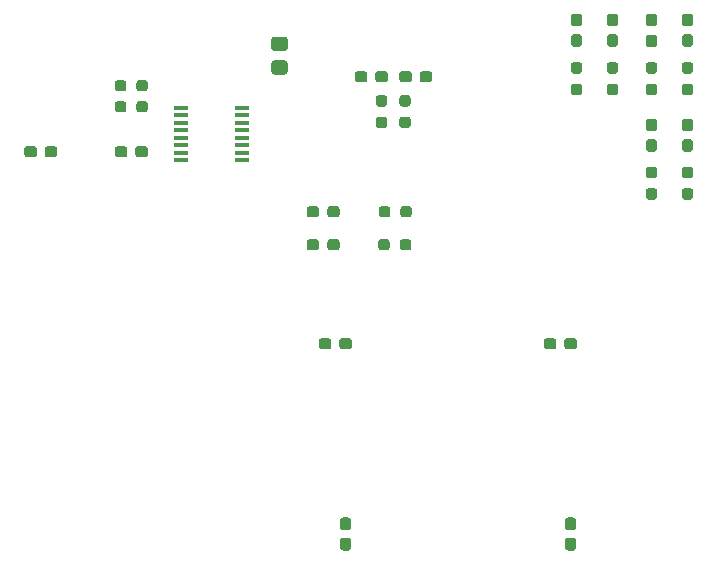
<source format=gbr>
%TF.GenerationSoftware,KiCad,Pcbnew,(5.1.7)-1*%
%TF.CreationDate,2020-11-30T19:52:10-06:00*%
%TF.ProjectId,2021_Rev1,32303231-5f52-4657-9631-2e6b69636164,rev?*%
%TF.SameCoordinates,Original*%
%TF.FileFunction,Paste,Bot*%
%TF.FilePolarity,Positive*%
%FSLAX46Y46*%
G04 Gerber Fmt 4.6, Leading zero omitted, Abs format (unit mm)*
G04 Created by KiCad (PCBNEW (5.1.7)-1) date 2020-11-30 19:52:10*
%MOMM*%
%LPD*%
G01*
G04 APERTURE LIST*
%ADD10R,1.200000X0.400000*%
G04 APERTURE END LIST*
%TO.C,R12*%
G36*
G01*
X955310500Y229040500D02*
X955785500Y229040500D01*
G75*
G02*
X956023000Y228803000I0J-237500D01*
G01*
X956023000Y228303000D01*
G75*
G02*
X955785500Y228065500I-237500J0D01*
G01*
X955310500Y228065500D01*
G75*
G02*
X955073000Y228303000I0J237500D01*
G01*
X955073000Y228803000D01*
G75*
G02*
X955310500Y229040500I237500J0D01*
G01*
G37*
G36*
G01*
X955310500Y230865500D02*
X955785500Y230865500D01*
G75*
G02*
X956023000Y230628000I0J-237500D01*
G01*
X956023000Y230128000D01*
G75*
G02*
X955785500Y229890500I-237500J0D01*
G01*
X955310500Y229890500D01*
G75*
G02*
X955073000Y230128000I0J237500D01*
G01*
X955073000Y230628000D01*
G75*
G02*
X955310500Y230865500I237500J0D01*
G01*
G37*
%TD*%
%TO.C,R11*%
G36*
G01*
X958358500Y229040500D02*
X958833500Y229040500D01*
G75*
G02*
X959071000Y228803000I0J-237500D01*
G01*
X959071000Y228303000D01*
G75*
G02*
X958833500Y228065500I-237500J0D01*
G01*
X958358500Y228065500D01*
G75*
G02*
X958121000Y228303000I0J237500D01*
G01*
X958121000Y228803000D01*
G75*
G02*
X958358500Y229040500I237500J0D01*
G01*
G37*
G36*
G01*
X958358500Y230865500D02*
X958833500Y230865500D01*
G75*
G02*
X959071000Y230628000I0J-237500D01*
G01*
X959071000Y230128000D01*
G75*
G02*
X958833500Y229890500I-237500J0D01*
G01*
X958358500Y229890500D01*
G75*
G02*
X958121000Y230128000I0J237500D01*
G01*
X958121000Y230628000D01*
G75*
G02*
X958358500Y230865500I237500J0D01*
G01*
G37*
%TD*%
%TO.C,R10*%
G36*
G01*
X961660500Y229040500D02*
X962135500Y229040500D01*
G75*
G02*
X962373000Y228803000I0J-237500D01*
G01*
X962373000Y228303000D01*
G75*
G02*
X962135500Y228065500I-237500J0D01*
G01*
X961660500Y228065500D01*
G75*
G02*
X961423000Y228303000I0J237500D01*
G01*
X961423000Y228803000D01*
G75*
G02*
X961660500Y229040500I237500J0D01*
G01*
G37*
G36*
G01*
X961660500Y230865500D02*
X962135500Y230865500D01*
G75*
G02*
X962373000Y230628000I0J-237500D01*
G01*
X962373000Y230128000D01*
G75*
G02*
X962135500Y229890500I-237500J0D01*
G01*
X961660500Y229890500D01*
G75*
G02*
X961423000Y230128000I0J237500D01*
G01*
X961423000Y230628000D01*
G75*
G02*
X961660500Y230865500I237500J0D01*
G01*
G37*
%TD*%
%TO.C,R9*%
G36*
G01*
X964708500Y229040500D02*
X965183500Y229040500D01*
G75*
G02*
X965421000Y228803000I0J-237500D01*
G01*
X965421000Y228303000D01*
G75*
G02*
X965183500Y228065500I-237500J0D01*
G01*
X964708500Y228065500D01*
G75*
G02*
X964471000Y228303000I0J237500D01*
G01*
X964471000Y228803000D01*
G75*
G02*
X964708500Y229040500I237500J0D01*
G01*
G37*
G36*
G01*
X964708500Y230865500D02*
X965183500Y230865500D01*
G75*
G02*
X965421000Y230628000I0J-237500D01*
G01*
X965421000Y230128000D01*
G75*
G02*
X965183500Y229890500I-237500J0D01*
G01*
X964708500Y229890500D01*
G75*
G02*
X964471000Y230128000I0J237500D01*
G01*
X964471000Y230628000D01*
G75*
G02*
X964708500Y230865500I237500J0D01*
G01*
G37*
%TD*%
%TO.C,D8*%
G36*
G01*
X955310500Y233217000D02*
X955785500Y233217000D01*
G75*
G02*
X956023000Y232979500I0J-237500D01*
G01*
X956023000Y232404500D01*
G75*
G02*
X955785500Y232167000I-237500J0D01*
G01*
X955310500Y232167000D01*
G75*
G02*
X955073000Y232404500I0J237500D01*
G01*
X955073000Y232979500D01*
G75*
G02*
X955310500Y233217000I237500J0D01*
G01*
G37*
G36*
G01*
X955310500Y234967000D02*
X955785500Y234967000D01*
G75*
G02*
X956023000Y234729500I0J-237500D01*
G01*
X956023000Y234154500D01*
G75*
G02*
X955785500Y233917000I-237500J0D01*
G01*
X955310500Y233917000D01*
G75*
G02*
X955073000Y234154500I0J237500D01*
G01*
X955073000Y234729500D01*
G75*
G02*
X955310500Y234967000I237500J0D01*
G01*
G37*
%TD*%
%TO.C,D7*%
G36*
G01*
X958358500Y233217000D02*
X958833500Y233217000D01*
G75*
G02*
X959071000Y232979500I0J-237500D01*
G01*
X959071000Y232404500D01*
G75*
G02*
X958833500Y232167000I-237500J0D01*
G01*
X958358500Y232167000D01*
G75*
G02*
X958121000Y232404500I0J237500D01*
G01*
X958121000Y232979500D01*
G75*
G02*
X958358500Y233217000I237500J0D01*
G01*
G37*
G36*
G01*
X958358500Y234967000D02*
X958833500Y234967000D01*
G75*
G02*
X959071000Y234729500I0J-237500D01*
G01*
X959071000Y234154500D01*
G75*
G02*
X958833500Y233917000I-237500J0D01*
G01*
X958358500Y233917000D01*
G75*
G02*
X958121000Y234154500I0J237500D01*
G01*
X958121000Y234729500D01*
G75*
G02*
X958358500Y234967000I237500J0D01*
G01*
G37*
%TD*%
%TO.C,D6*%
G36*
G01*
X961660500Y233189000D02*
X962135500Y233189000D01*
G75*
G02*
X962373000Y232951500I0J-237500D01*
G01*
X962373000Y232376500D01*
G75*
G02*
X962135500Y232139000I-237500J0D01*
G01*
X961660500Y232139000D01*
G75*
G02*
X961423000Y232376500I0J237500D01*
G01*
X961423000Y232951500D01*
G75*
G02*
X961660500Y233189000I237500J0D01*
G01*
G37*
G36*
G01*
X961660500Y234939000D02*
X962135500Y234939000D01*
G75*
G02*
X962373000Y234701500I0J-237500D01*
G01*
X962373000Y234126500D01*
G75*
G02*
X962135500Y233889000I-237500J0D01*
G01*
X961660500Y233889000D01*
G75*
G02*
X961423000Y234126500I0J237500D01*
G01*
X961423000Y234701500D01*
G75*
G02*
X961660500Y234939000I237500J0D01*
G01*
G37*
%TD*%
%TO.C,D5*%
G36*
G01*
X964708500Y233217000D02*
X965183500Y233217000D01*
G75*
G02*
X965421000Y232979500I0J-237500D01*
G01*
X965421000Y232404500D01*
G75*
G02*
X965183500Y232167000I-237500J0D01*
G01*
X964708500Y232167000D01*
G75*
G02*
X964471000Y232404500I0J237500D01*
G01*
X964471000Y232979500D01*
G75*
G02*
X964708500Y233217000I237500J0D01*
G01*
G37*
G36*
G01*
X964708500Y234967000D02*
X965183500Y234967000D01*
G75*
G02*
X965421000Y234729500I0J-237500D01*
G01*
X965421000Y234154500D01*
G75*
G02*
X965183500Y233917000I-237500J0D01*
G01*
X964708500Y233917000D01*
G75*
G02*
X964471000Y234154500I0J237500D01*
G01*
X964471000Y234729500D01*
G75*
G02*
X964708500Y234967000I237500J0D01*
G01*
G37*
%TD*%
%TO.C,D4*%
G36*
G01*
X964708500Y224327000D02*
X965183500Y224327000D01*
G75*
G02*
X965421000Y224089500I0J-237500D01*
G01*
X965421000Y223514500D01*
G75*
G02*
X965183500Y223277000I-237500J0D01*
G01*
X964708500Y223277000D01*
G75*
G02*
X964471000Y223514500I0J237500D01*
G01*
X964471000Y224089500D01*
G75*
G02*
X964708500Y224327000I237500J0D01*
G01*
G37*
G36*
G01*
X964708500Y226077000D02*
X965183500Y226077000D01*
G75*
G02*
X965421000Y225839500I0J-237500D01*
G01*
X965421000Y225264500D01*
G75*
G02*
X965183500Y225027000I-237500J0D01*
G01*
X964708500Y225027000D01*
G75*
G02*
X964471000Y225264500I0J237500D01*
G01*
X964471000Y225839500D01*
G75*
G02*
X964708500Y226077000I237500J0D01*
G01*
G37*
%TD*%
%TO.C,D3*%
G36*
G01*
X961660500Y224327000D02*
X962135500Y224327000D01*
G75*
G02*
X962373000Y224089500I0J-237500D01*
G01*
X962373000Y223514500D01*
G75*
G02*
X962135500Y223277000I-237500J0D01*
G01*
X961660500Y223277000D01*
G75*
G02*
X961423000Y223514500I0J237500D01*
G01*
X961423000Y224089500D01*
G75*
G02*
X961660500Y224327000I237500J0D01*
G01*
G37*
G36*
G01*
X961660500Y226077000D02*
X962135500Y226077000D01*
G75*
G02*
X962373000Y225839500I0J-237500D01*
G01*
X962373000Y225264500D01*
G75*
G02*
X962135500Y225027000I-237500J0D01*
G01*
X961660500Y225027000D01*
G75*
G02*
X961423000Y225264500I0J237500D01*
G01*
X961423000Y225839500D01*
G75*
G02*
X961660500Y226077000I237500J0D01*
G01*
G37*
%TD*%
%TO.C,C1*%
G36*
G01*
X954802500Y192307500D02*
X955277500Y192307500D01*
G75*
G02*
X955515000Y192070000I0J-237500D01*
G01*
X955515000Y191470000D01*
G75*
G02*
X955277500Y191232500I-237500J0D01*
G01*
X954802500Y191232500D01*
G75*
G02*
X954565000Y191470000I0J237500D01*
G01*
X954565000Y192070000D01*
G75*
G02*
X954802500Y192307500I237500J0D01*
G01*
G37*
G36*
G01*
X954802500Y190582500D02*
X955277500Y190582500D01*
G75*
G02*
X955515000Y190345000I0J-237500D01*
G01*
X955515000Y189745000D01*
G75*
G02*
X955277500Y189507500I-237500J0D01*
G01*
X954802500Y189507500D01*
G75*
G02*
X954565000Y189745000I0J237500D01*
G01*
X954565000Y190345000D01*
G75*
G02*
X954802500Y190582500I237500J0D01*
G01*
G37*
%TD*%
%TO.C,C2*%
G36*
G01*
X953852500Y207247500D02*
X953852500Y206772500D01*
G75*
G02*
X953615000Y206535000I-237500J0D01*
G01*
X953015000Y206535000D01*
G75*
G02*
X952777500Y206772500I0J237500D01*
G01*
X952777500Y207247500D01*
G75*
G02*
X953015000Y207485000I237500J0D01*
G01*
X953615000Y207485000D01*
G75*
G02*
X953852500Y207247500I0J-237500D01*
G01*
G37*
G36*
G01*
X955577500Y207247500D02*
X955577500Y206772500D01*
G75*
G02*
X955340000Y206535000I-237500J0D01*
G01*
X954740000Y206535000D01*
G75*
G02*
X954502500Y206772500I0J237500D01*
G01*
X954502500Y207247500D01*
G75*
G02*
X954740000Y207485000I237500J0D01*
G01*
X955340000Y207485000D01*
G75*
G02*
X955577500Y207247500I0J-237500D01*
G01*
G37*
%TD*%
%TO.C,C3*%
G36*
G01*
X935752500Y190582500D02*
X936227500Y190582500D01*
G75*
G02*
X936465000Y190345000I0J-237500D01*
G01*
X936465000Y189745000D01*
G75*
G02*
X936227500Y189507500I-237500J0D01*
G01*
X935752500Y189507500D01*
G75*
G02*
X935515000Y189745000I0J237500D01*
G01*
X935515000Y190345000D01*
G75*
G02*
X935752500Y190582500I237500J0D01*
G01*
G37*
G36*
G01*
X935752500Y192307500D02*
X936227500Y192307500D01*
G75*
G02*
X936465000Y192070000I0J-237500D01*
G01*
X936465000Y191470000D01*
G75*
G02*
X936227500Y191232500I-237500J0D01*
G01*
X935752500Y191232500D01*
G75*
G02*
X935515000Y191470000I0J237500D01*
G01*
X935515000Y192070000D01*
G75*
G02*
X935752500Y192307500I237500J0D01*
G01*
G37*
%TD*%
%TO.C,C4*%
G36*
G01*
X936527500Y207247500D02*
X936527500Y206772500D01*
G75*
G02*
X936290000Y206535000I-237500J0D01*
G01*
X935690000Y206535000D01*
G75*
G02*
X935452500Y206772500I0J237500D01*
G01*
X935452500Y207247500D01*
G75*
G02*
X935690000Y207485000I237500J0D01*
G01*
X936290000Y207485000D01*
G75*
G02*
X936527500Y207247500I0J-237500D01*
G01*
G37*
G36*
G01*
X934802500Y207247500D02*
X934802500Y206772500D01*
G75*
G02*
X934565000Y206535000I-237500J0D01*
G01*
X933965000Y206535000D01*
G75*
G02*
X933727500Y206772500I0J237500D01*
G01*
X933727500Y207247500D01*
G75*
G02*
X933965000Y207485000I237500J0D01*
G01*
X934565000Y207485000D01*
G75*
G02*
X934802500Y207247500I0J-237500D01*
G01*
G37*
%TD*%
%TO.C,C5*%
G36*
G01*
X939575500Y229853500D02*
X939575500Y229378500D01*
G75*
G02*
X939338000Y229141000I-237500J0D01*
G01*
X938738000Y229141000D01*
G75*
G02*
X938500500Y229378500I0J237500D01*
G01*
X938500500Y229853500D01*
G75*
G02*
X938738000Y230091000I237500J0D01*
G01*
X939338000Y230091000D01*
G75*
G02*
X939575500Y229853500I0J-237500D01*
G01*
G37*
G36*
G01*
X937850500Y229853500D02*
X937850500Y229378500D01*
G75*
G02*
X937613000Y229141000I-237500J0D01*
G01*
X937013000Y229141000D01*
G75*
G02*
X936775500Y229378500I0J237500D01*
G01*
X936775500Y229853500D01*
G75*
G02*
X937013000Y230091000I237500J0D01*
G01*
X937613000Y230091000D01*
G75*
G02*
X937850500Y229853500I0J-237500D01*
G01*
G37*
%TD*%
%TO.C,C6*%
G36*
G01*
X942257500Y229378500D02*
X942257500Y229853500D01*
G75*
G02*
X942495000Y230091000I237500J0D01*
G01*
X943095000Y230091000D01*
G75*
G02*
X943332500Y229853500I0J-237500D01*
G01*
X943332500Y229378500D01*
G75*
G02*
X943095000Y229141000I-237500J0D01*
G01*
X942495000Y229141000D01*
G75*
G02*
X942257500Y229378500I0J237500D01*
G01*
G37*
G36*
G01*
X940532500Y229378500D02*
X940532500Y229853500D01*
G75*
G02*
X940770000Y230091000I237500J0D01*
G01*
X941370000Y230091000D01*
G75*
G02*
X941607500Y229853500I0J-237500D01*
G01*
X941607500Y229378500D01*
G75*
G02*
X941370000Y229141000I-237500J0D01*
G01*
X940770000Y229141000D01*
G75*
G02*
X940532500Y229378500I0J237500D01*
G01*
G37*
%TD*%
%TO.C,C7*%
G36*
G01*
X919255500Y223503500D02*
X919255500Y223028500D01*
G75*
G02*
X919018000Y222791000I-237500J0D01*
G01*
X918418000Y222791000D01*
G75*
G02*
X918180500Y223028500I0J237500D01*
G01*
X918180500Y223503500D01*
G75*
G02*
X918418000Y223741000I237500J0D01*
G01*
X919018000Y223741000D01*
G75*
G02*
X919255500Y223503500I0J-237500D01*
G01*
G37*
G36*
G01*
X917530500Y223503500D02*
X917530500Y223028500D01*
G75*
G02*
X917293000Y222791000I-237500J0D01*
G01*
X916693000Y222791000D01*
G75*
G02*
X916455500Y223028500I0J237500D01*
G01*
X916455500Y223503500D01*
G75*
G02*
X916693000Y223741000I237500J0D01*
G01*
X917293000Y223741000D01*
G75*
G02*
X917530500Y223503500I0J-237500D01*
G01*
G37*
%TD*%
%TO.C,D1*%
G36*
G01*
X934449000Y217948500D02*
X934449000Y218423500D01*
G75*
G02*
X934686500Y218661000I237500J0D01*
G01*
X935261500Y218661000D01*
G75*
G02*
X935499000Y218423500I0J-237500D01*
G01*
X935499000Y217948500D01*
G75*
G02*
X935261500Y217711000I-237500J0D01*
G01*
X934686500Y217711000D01*
G75*
G02*
X934449000Y217948500I0J237500D01*
G01*
G37*
G36*
G01*
X932699000Y217948500D02*
X932699000Y218423500D01*
G75*
G02*
X932936500Y218661000I237500J0D01*
G01*
X933511500Y218661000D01*
G75*
G02*
X933749000Y218423500I0J-237500D01*
G01*
X933749000Y217948500D01*
G75*
G02*
X933511500Y217711000I-237500J0D01*
G01*
X932936500Y217711000D01*
G75*
G02*
X932699000Y217948500I0J237500D01*
G01*
G37*
%TD*%
%TO.C,D2*%
G36*
G01*
X932699000Y215154500D02*
X932699000Y215629500D01*
G75*
G02*
X932936500Y215867000I237500J0D01*
G01*
X933511500Y215867000D01*
G75*
G02*
X933749000Y215629500I0J-237500D01*
G01*
X933749000Y215154500D01*
G75*
G02*
X933511500Y214917000I-237500J0D01*
G01*
X932936500Y214917000D01*
G75*
G02*
X932699000Y215154500I0J237500D01*
G01*
G37*
G36*
G01*
X934449000Y215154500D02*
X934449000Y215629500D01*
G75*
G02*
X934686500Y215867000I237500J0D01*
G01*
X935261500Y215867000D01*
G75*
G02*
X935499000Y215629500I0J-237500D01*
G01*
X935499000Y215154500D01*
G75*
G02*
X935261500Y214917000I-237500J0D01*
G01*
X934686500Y214917000D01*
G75*
G02*
X934449000Y215154500I0J237500D01*
G01*
G37*
%TD*%
%TO.C,R1*%
G36*
G01*
X939275500Y225271500D02*
X938800500Y225271500D01*
G75*
G02*
X938563000Y225509000I0J237500D01*
G01*
X938563000Y226009000D01*
G75*
G02*
X938800500Y226246500I237500J0D01*
G01*
X939275500Y226246500D01*
G75*
G02*
X939513000Y226009000I0J-237500D01*
G01*
X939513000Y225509000D01*
G75*
G02*
X939275500Y225271500I-237500J0D01*
G01*
G37*
G36*
G01*
X939275500Y227096500D02*
X938800500Y227096500D01*
G75*
G02*
X938563000Y227334000I0J237500D01*
G01*
X938563000Y227834000D01*
G75*
G02*
X938800500Y228071500I237500J0D01*
G01*
X939275500Y228071500D01*
G75*
G02*
X939513000Y227834000I0J-237500D01*
G01*
X939513000Y227334000D01*
G75*
G02*
X939275500Y227096500I-237500J0D01*
G01*
G37*
%TD*%
%TO.C,R2*%
G36*
G01*
X941260500Y227096500D02*
X940785500Y227096500D01*
G75*
G02*
X940548000Y227334000I0J237500D01*
G01*
X940548000Y227834000D01*
G75*
G02*
X940785500Y228071500I237500J0D01*
G01*
X941260500Y228071500D01*
G75*
G02*
X941498000Y227834000I0J-237500D01*
G01*
X941498000Y227334000D01*
G75*
G02*
X941260500Y227096500I-237500J0D01*
G01*
G37*
G36*
G01*
X941260500Y225271500D02*
X940785500Y225271500D01*
G75*
G02*
X940548000Y225509000I0J237500D01*
G01*
X940548000Y226009000D01*
G75*
G02*
X940785500Y226246500I237500J0D01*
G01*
X941260500Y226246500D01*
G75*
G02*
X941498000Y226009000I0J-237500D01*
G01*
X941498000Y225509000D01*
G75*
G02*
X941260500Y225271500I-237500J0D01*
G01*
G37*
%TD*%
%TO.C,R3*%
G36*
G01*
X918277500Y226838500D02*
X918277500Y227313500D01*
G75*
G02*
X918515000Y227551000I237500J0D01*
G01*
X919015000Y227551000D01*
G75*
G02*
X919252500Y227313500I0J-237500D01*
G01*
X919252500Y226838500D01*
G75*
G02*
X919015000Y226601000I-237500J0D01*
G01*
X918515000Y226601000D01*
G75*
G02*
X918277500Y226838500I0J237500D01*
G01*
G37*
G36*
G01*
X916452500Y226838500D02*
X916452500Y227313500D01*
G75*
G02*
X916690000Y227551000I237500J0D01*
G01*
X917190000Y227551000D01*
G75*
G02*
X917427500Y227313500I0J-237500D01*
G01*
X917427500Y226838500D01*
G75*
G02*
X917190000Y226601000I-237500J0D01*
G01*
X916690000Y226601000D01*
G75*
G02*
X916452500Y226838500I0J237500D01*
G01*
G37*
%TD*%
%TO.C,R4*%
G36*
G01*
X919252500Y229091500D02*
X919252500Y228616500D01*
G75*
G02*
X919015000Y228379000I-237500J0D01*
G01*
X918515000Y228379000D01*
G75*
G02*
X918277500Y228616500I0J237500D01*
G01*
X918277500Y229091500D01*
G75*
G02*
X918515000Y229329000I237500J0D01*
G01*
X919015000Y229329000D01*
G75*
G02*
X919252500Y229091500I0J-237500D01*
G01*
G37*
G36*
G01*
X917427500Y229091500D02*
X917427500Y228616500D01*
G75*
G02*
X917190000Y228379000I-237500J0D01*
G01*
X916690000Y228379000D01*
G75*
G02*
X916452500Y228616500I0J237500D01*
G01*
X916452500Y229091500D01*
G75*
G02*
X916690000Y229329000I237500J0D01*
G01*
X917190000Y229329000D01*
G75*
G02*
X917427500Y229091500I0J-237500D01*
G01*
G37*
%TD*%
%TO.C,R5*%
G36*
G01*
X940629500Y217948500D02*
X940629500Y218423500D01*
G75*
G02*
X940867000Y218661000I237500J0D01*
G01*
X941367000Y218661000D01*
G75*
G02*
X941604500Y218423500I0J-237500D01*
G01*
X941604500Y217948500D01*
G75*
G02*
X941367000Y217711000I-237500J0D01*
G01*
X940867000Y217711000D01*
G75*
G02*
X940629500Y217948500I0J237500D01*
G01*
G37*
G36*
G01*
X938804500Y217948500D02*
X938804500Y218423500D01*
G75*
G02*
X939042000Y218661000I237500J0D01*
G01*
X939542000Y218661000D01*
G75*
G02*
X939779500Y218423500I0J-237500D01*
G01*
X939779500Y217948500D01*
G75*
G02*
X939542000Y217711000I-237500J0D01*
G01*
X939042000Y217711000D01*
G75*
G02*
X938804500Y217948500I0J237500D01*
G01*
G37*
%TD*%
%TO.C,R6*%
G36*
G01*
X938757500Y215154500D02*
X938757500Y215629500D01*
G75*
G02*
X938995000Y215867000I237500J0D01*
G01*
X939495000Y215867000D01*
G75*
G02*
X939732500Y215629500I0J-237500D01*
G01*
X939732500Y215154500D01*
G75*
G02*
X939495000Y214917000I-237500J0D01*
G01*
X938995000Y214917000D01*
G75*
G02*
X938757500Y215154500I0J237500D01*
G01*
G37*
G36*
G01*
X940582500Y215154500D02*
X940582500Y215629500D01*
G75*
G02*
X940820000Y215867000I237500J0D01*
G01*
X941320000Y215867000D01*
G75*
G02*
X941557500Y215629500I0J-237500D01*
G01*
X941557500Y215154500D01*
G75*
G02*
X941320000Y214917000I-237500J0D01*
G01*
X940820000Y214917000D01*
G75*
G02*
X940582500Y215154500I0J237500D01*
G01*
G37*
%TD*%
D10*
%TO.C,U4*%
X927220000Y227012500D03*
X927220000Y226377500D03*
X927220000Y225742500D03*
X927220000Y225107500D03*
X927220000Y224472500D03*
X927220000Y223837500D03*
X927220000Y223202500D03*
X927220000Y222567500D03*
X922020000Y222567500D03*
X922020000Y223202500D03*
X922020000Y223837500D03*
X922020000Y224472500D03*
X922020000Y225107500D03*
X922020000Y225742500D03*
X922020000Y226377500D03*
X922020000Y227012500D03*
%TD*%
%TO.C,100nF1*%
G36*
G01*
X911582500Y223503500D02*
X911582500Y223028500D01*
G75*
G02*
X911345000Y222791000I-237500J0D01*
G01*
X910745000Y222791000D01*
G75*
G02*
X910507500Y223028500I0J237500D01*
G01*
X910507500Y223503500D01*
G75*
G02*
X910745000Y223741000I237500J0D01*
G01*
X911345000Y223741000D01*
G75*
G02*
X911582500Y223503500I0J-237500D01*
G01*
G37*
G36*
G01*
X909857500Y223503500D02*
X909857500Y223028500D01*
G75*
G02*
X909620000Y222791000I-237500J0D01*
G01*
X909020000Y222791000D01*
G75*
G02*
X908782500Y223028500I0J237500D01*
G01*
X908782500Y223503500D01*
G75*
G02*
X909020000Y223741000I237500J0D01*
G01*
X909620000Y223741000D01*
G75*
G02*
X909857500Y223503500I0J-237500D01*
G01*
G37*
%TD*%
%TO.C,FB1*%
G36*
G01*
X930852001Y229810000D02*
X929951999Y229810000D01*
G75*
G02*
X929702000Y230059999I0J249999D01*
G01*
X929702000Y230760001D01*
G75*
G02*
X929951999Y231010000I249999J0D01*
G01*
X930852001Y231010000D01*
G75*
G02*
X931102000Y230760001I0J-249999D01*
G01*
X931102000Y230059999D01*
G75*
G02*
X930852001Y229810000I-249999J0D01*
G01*
G37*
G36*
G01*
X930852001Y231810000D02*
X929951999Y231810000D01*
G75*
G02*
X929702000Y232059999I0J249999D01*
G01*
X929702000Y232760001D01*
G75*
G02*
X929951999Y233010000I249999J0D01*
G01*
X930852001Y233010000D01*
G75*
G02*
X931102000Y232760001I0J-249999D01*
G01*
X931102000Y232059999D01*
G75*
G02*
X930852001Y231810000I-249999J0D01*
G01*
G37*
%TD*%
%TO.C,R7*%
G36*
G01*
X964708500Y222022500D02*
X965183500Y222022500D01*
G75*
G02*
X965421000Y221785000I0J-237500D01*
G01*
X965421000Y221285000D01*
G75*
G02*
X965183500Y221047500I-237500J0D01*
G01*
X964708500Y221047500D01*
G75*
G02*
X964471000Y221285000I0J237500D01*
G01*
X964471000Y221785000D01*
G75*
G02*
X964708500Y222022500I237500J0D01*
G01*
G37*
G36*
G01*
X964708500Y220197500D02*
X965183500Y220197500D01*
G75*
G02*
X965421000Y219960000I0J-237500D01*
G01*
X965421000Y219460000D01*
G75*
G02*
X965183500Y219222500I-237500J0D01*
G01*
X964708500Y219222500D01*
G75*
G02*
X964471000Y219460000I0J237500D01*
G01*
X964471000Y219960000D01*
G75*
G02*
X964708500Y220197500I237500J0D01*
G01*
G37*
%TD*%
%TO.C,R8*%
G36*
G01*
X961660500Y220197500D02*
X962135500Y220197500D01*
G75*
G02*
X962373000Y219960000I0J-237500D01*
G01*
X962373000Y219460000D01*
G75*
G02*
X962135500Y219222500I-237500J0D01*
G01*
X961660500Y219222500D01*
G75*
G02*
X961423000Y219460000I0J237500D01*
G01*
X961423000Y219960000D01*
G75*
G02*
X961660500Y220197500I237500J0D01*
G01*
G37*
G36*
G01*
X961660500Y222022500D02*
X962135500Y222022500D01*
G75*
G02*
X962373000Y221785000I0J-237500D01*
G01*
X962373000Y221285000D01*
G75*
G02*
X962135500Y221047500I-237500J0D01*
G01*
X961660500Y221047500D01*
G75*
G02*
X961423000Y221285000I0J237500D01*
G01*
X961423000Y221785000D01*
G75*
G02*
X961660500Y222022500I237500J0D01*
G01*
G37*
%TD*%
M02*

</source>
